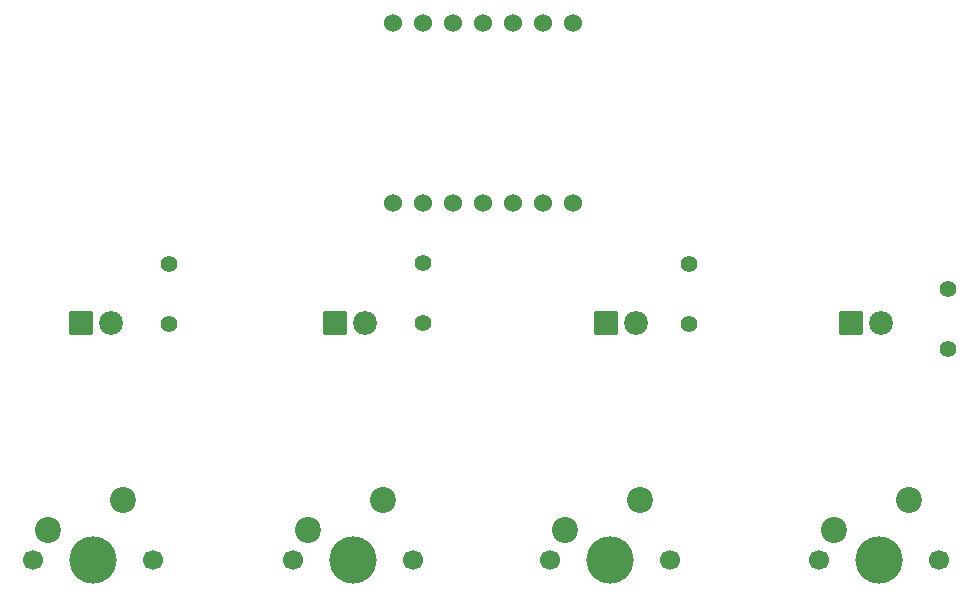
<source format=gbr>
%TF.GenerationSoftware,KiCad,Pcbnew,9.0.2*%
%TF.CreationDate,2025-07-01T17:28:42-07:00*%
%TF.ProjectId,pathfinder,70617468-6669-46e6-9465-722e6b696361,rev?*%
%TF.SameCoordinates,Original*%
%TF.FileFunction,Soldermask,Top*%
%TF.FilePolarity,Negative*%
%FSLAX46Y46*%
G04 Gerber Fmt 4.6, Leading zero omitted, Abs format (unit mm)*
G04 Created by KiCad (PCBNEW 9.0.2) date 2025-07-01 17:28:42*
%MOMM*%
%LPD*%
G01*
G04 APERTURE LIST*
G04 Aperture macros list*
%AMRoundRect*
0 Rectangle with rounded corners*
0 $1 Rounding radius*
0 $2 $3 $4 $5 $6 $7 $8 $9 X,Y pos of 4 corners*
0 Add a 4 corners polygon primitive as box body*
4,1,4,$2,$3,$4,$5,$6,$7,$8,$9,$2,$3,0*
0 Add four circle primitives for the rounded corners*
1,1,$1+$1,$2,$3*
1,1,$1+$1,$4,$5*
1,1,$1+$1,$6,$7*
1,1,$1+$1,$8,$9*
0 Add four rect primitives between the rounded corners*
20,1,$1+$1,$2,$3,$4,$5,0*
20,1,$1+$1,$4,$5,$6,$7,0*
20,1,$1+$1,$6,$7,$8,$9,0*
20,1,$1+$1,$8,$9,$2,$3,0*%
G04 Aperture macros list end*
%ADD10C,1.700000*%
%ADD11C,4.000000*%
%ADD12C,2.200000*%
%ADD13C,2.019000*%
%ADD14RoundRect,0.102000X-0.907500X-0.907500X0.907500X-0.907500X0.907500X0.907500X-0.907500X0.907500X0*%
%ADD15C,1.400000*%
%ADD16C,1.524000*%
G04 APERTURE END LIST*
D10*
%TO.C,SW2*%
X111500000Y-133000000D03*
D11*
X116580000Y-133000000D03*
D10*
X121660000Y-133000000D03*
D12*
X119120000Y-127920000D03*
X112770000Y-130460000D03*
%TD*%
D13*
%TO.C,D1*%
X96040000Y-113000000D03*
D14*
X93500000Y-113000000D03*
%TD*%
D13*
%TO.C,D4*%
X161270000Y-113000000D03*
D14*
X158730000Y-113000000D03*
%TD*%
D13*
%TO.C,D3*%
X140540000Y-113000000D03*
D14*
X138000000Y-113000000D03*
%TD*%
D10*
%TO.C,SW3*%
X133230000Y-133040000D03*
D11*
X138310000Y-133040000D03*
D10*
X143390000Y-133040000D03*
D12*
X140850000Y-127960000D03*
X134500000Y-130500000D03*
%TD*%
D13*
%TO.C,D2*%
X117540000Y-113000000D03*
D14*
X115000000Y-113000000D03*
%TD*%
D10*
%TO.C,SW4*%
X156000000Y-133000000D03*
D11*
X161080000Y-133000000D03*
D10*
X166160000Y-133000000D03*
D12*
X163620000Y-127920000D03*
X157270000Y-130460000D03*
%TD*%
D10*
%TO.C,SW1*%
X89500000Y-133000000D03*
D11*
X94580000Y-133000000D03*
D10*
X99660000Y-133000000D03*
D12*
X97120000Y-127920000D03*
X90770000Y-130460000D03*
%TD*%
D15*
%TO.C,R4*%
X166930000Y-115160000D03*
X166930000Y-110080000D03*
%TD*%
D16*
%TO.C,U1*%
X135200000Y-102800000D03*
X132660000Y-102800000D03*
X130120000Y-102800000D03*
X127580000Y-102800000D03*
X125040000Y-102800000D03*
X122500000Y-102800000D03*
X119960000Y-102800000D03*
X119960000Y-87560000D03*
X122500000Y-87560000D03*
X125040000Y-87560000D03*
X127580000Y-87560000D03*
X130120000Y-87560000D03*
X132660000Y-87560000D03*
X135200000Y-87560000D03*
%TD*%
D15*
%TO.C,R1*%
X101000000Y-113080000D03*
X101000000Y-108000000D03*
%TD*%
%TO.C,R3*%
X145000000Y-113040000D03*
X145000000Y-107960000D03*
%TD*%
%TO.C,R2*%
X122500000Y-113000000D03*
X122500000Y-107920000D03*
%TD*%
M02*

</source>
